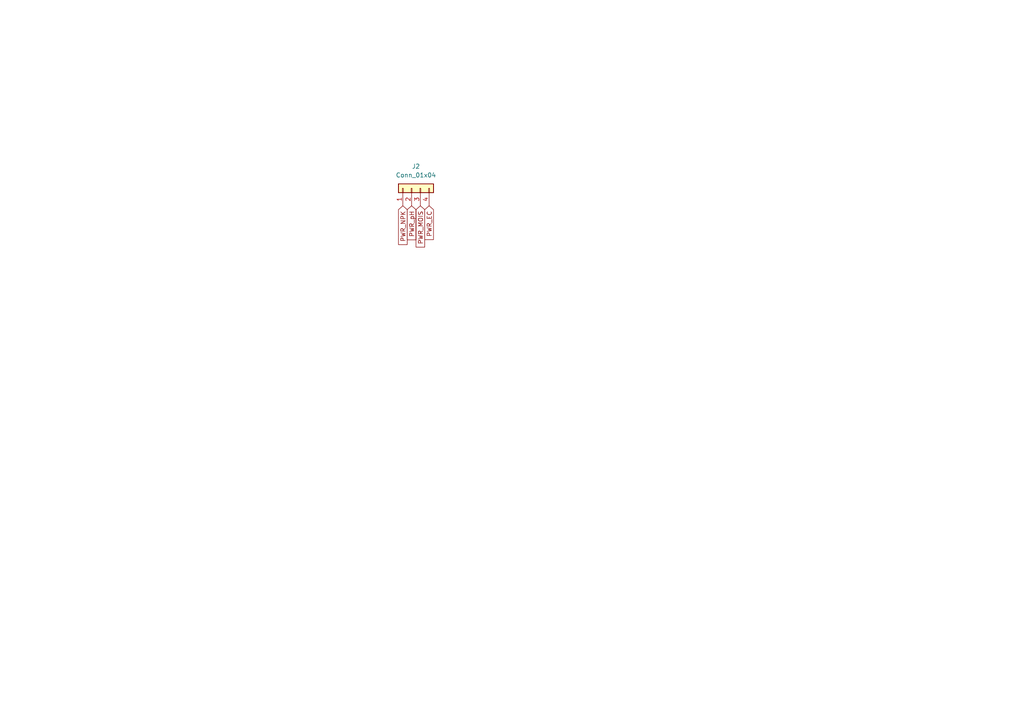
<source format=kicad_sch>
(kicad_sch (version 20211123) (generator eeschema)

  (uuid f9d414f8-133b-4eb9-9570-82c5f621c2c4)

  (paper "A4")

  (title_block
    (title "Pines_alimentacion_sensores")
    (date "2023-06-17")
    (company "UC3M")
    (comment 1 "Pines de salida para alimentar los sensores.")
  )

  (lib_symbols
    (symbol "Connector_Generic:Conn_01x04" (pin_names (offset 1.016) hide) (in_bom yes) (on_board yes)
      (property "Reference" "J" (id 0) (at 0 5.08 0)
        (effects (font (size 1.27 1.27)))
      )
      (property "Value" "Conn_01x04" (id 1) (at 0 -7.62 0)
        (effects (font (size 1.27 1.27)))
      )
      (property "Footprint" "" (id 2) (at 0 0 0)
        (effects (font (size 1.27 1.27)) hide)
      )
      (property "Datasheet" "~" (id 3) (at 0 0 0)
        (effects (font (size 1.27 1.27)) hide)
      )
      (property "ki_keywords" "connector" (id 4) (at 0 0 0)
        (effects (font (size 1.27 1.27)) hide)
      )
      (property "ki_description" "Generic connector, single row, 01x04, script generated (kicad-library-utils/schlib/autogen/connector/)" (id 5) (at 0 0 0)
        (effects (font (size 1.27 1.27)) hide)
      )
      (property "ki_fp_filters" "Connector*:*_1x??_*" (id 6) (at 0 0 0)
        (effects (font (size 1.27 1.27)) hide)
      )
      (symbol "Conn_01x04_1_1"
        (rectangle (start -1.27 -4.953) (end 0 -5.207)
          (stroke (width 0.1524) (type default) (color 0 0 0 0))
          (fill (type none))
        )
        (rectangle (start -1.27 -2.413) (end 0 -2.667)
          (stroke (width 0.1524) (type default) (color 0 0 0 0))
          (fill (type none))
        )
        (rectangle (start -1.27 0.127) (end 0 -0.127)
          (stroke (width 0.1524) (type default) (color 0 0 0 0))
          (fill (type none))
        )
        (rectangle (start -1.27 2.667) (end 0 2.413)
          (stroke (width 0.1524) (type default) (color 0 0 0 0))
          (fill (type none))
        )
        (rectangle (start -1.27 3.81) (end 1.27 -6.35)
          (stroke (width 0.254) (type default) (color 0 0 0 0))
          (fill (type background))
        )
        (pin passive line (at -5.08 2.54 0) (length 3.81)
          (name "Pin_1" (effects (font (size 1.27 1.27))))
          (number "1" (effects (font (size 1.27 1.27))))
        )
        (pin passive line (at -5.08 0 0) (length 3.81)
          (name "Pin_2" (effects (font (size 1.27 1.27))))
          (number "2" (effects (font (size 1.27 1.27))))
        )
        (pin passive line (at -5.08 -2.54 0) (length 3.81)
          (name "Pin_3" (effects (font (size 1.27 1.27))))
          (number "3" (effects (font (size 1.27 1.27))))
        )
        (pin passive line (at -5.08 -5.08 0) (length 3.81)
          (name "Pin_4" (effects (font (size 1.27 1.27))))
          (number "4" (effects (font (size 1.27 1.27))))
        )
      )
    )
  )


  (global_label "PWR_EC" (shape input) (at 124.46 59.69 270) (fields_autoplaced)
    (effects (font (size 1.27 1.27)) (justify right))
    (uuid 0e24cd2b-4077-46b0-ba85-17b7fc1a9599)
    (property "Intersheet References" "${INTERSHEET_REFS}" (id 0) (at 124.3806 69.4812 90)
      (effects (font (size 1.27 1.27)) (justify right) hide)
    )
  )
  (global_label "PWR_pH" (shape input) (at 119.38 59.69 270) (fields_autoplaced)
    (effects (font (size 1.27 1.27)) (justify right))
    (uuid 635ea956-723a-43b6-bd5d-c66bdcb72b32)
    (property "Intersheet References" "${INTERSHEET_REFS}" (id 0) (at 119.3006 69.5417 90)
      (effects (font (size 1.27 1.27)) (justify right) hide)
    )
  )
  (global_label "PWR_NPK" (shape input) (at 116.84 59.69 270) (fields_autoplaced)
    (effects (font (size 1.27 1.27)) (justify right))
    (uuid 9c413bd6-7462-4951-8489-05a602e503b7)
    (property "Intersheet References" "${INTERSHEET_REFS}" (id 0) (at 116.7606 70.9326 90)
      (effects (font (size 1.27 1.27)) (justify right) hide)
    )
  )
  (global_label "PWR_MOIS" (shape input) (at 121.92 59.69 270) (fields_autoplaced)
    (effects (font (size 1.27 1.27)) (justify right))
    (uuid d213e9e4-7c7a-4018-9e1d-81b72e6fb976)
    (property "Intersheet References" "${INTERSHEET_REFS}" (id 0) (at 121.8406 71.6583 90)
      (effects (font (size 1.27 1.27)) (justify right) hide)
    )
  )

  (symbol (lib_id "Connector_Generic:Conn_01x04") (at 119.38 54.61 90) (unit 1)
    (in_bom yes) (on_board yes) (fields_autoplaced)
    (uuid 2a5aa665-b23d-4da5-bc88-3d788201474b)
    (property "Reference" "J2" (id 0) (at 120.65 48.26 90))
    (property "Value" "Conn_01x04" (id 1) (at 120.65 50.8 90))
    (property "Footprint" "Connector_PinHeader_2.54mm:PinHeader_1x04_P2.54mm_Vertical" (id 2) (at 119.38 54.61 0)
      (effects (font (size 1.27 1.27)) hide)
    )
    (property "Datasheet" "~" (id 3) (at 119.38 54.61 0)
      (effects (font (size 1.27 1.27)) hide)
    )
    (pin "1" (uuid fc2fa613-eac7-4861-a700-e3d415549c47))
    (pin "2" (uuid 7069c1ce-97de-4e42-98f9-8bec9caef2b8))
    (pin "3" (uuid 232473b0-fc6e-4902-ae60-c4ce5f3eb3ba))
    (pin "4" (uuid f3ad693e-945c-48f2-956a-1a795807af51))
  )
)

</source>
